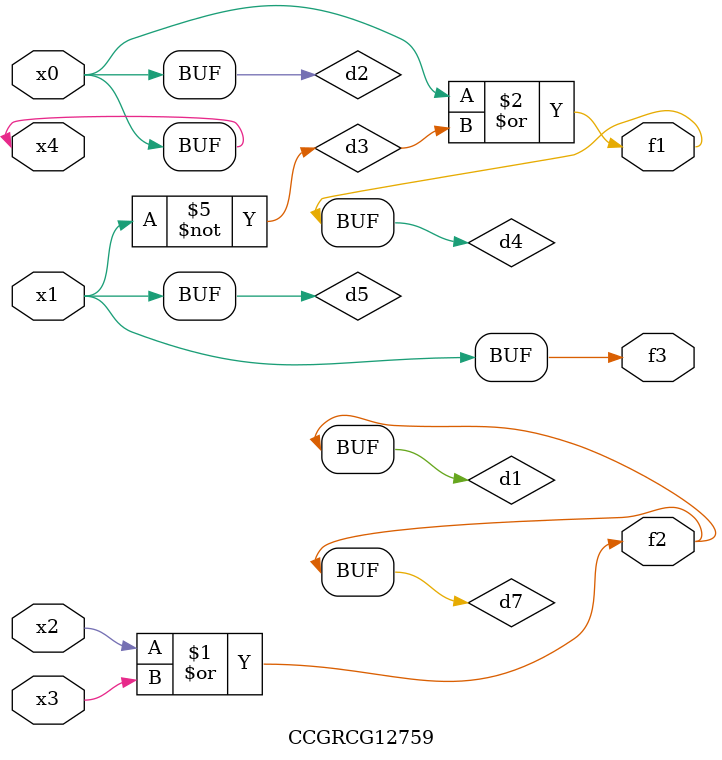
<source format=v>
module CCGRCG12759(
	input x0, x1, x2, x3, x4,
	output f1, f2, f3
);

	wire d1, d2, d3, d4, d5, d6, d7;

	or (d1, x2, x3);
	buf (d2, x0, x4);
	not (d3, x1);
	or (d4, d2, d3);
	not (d5, d3);
	nand (d6, d1, d3);
	or (d7, d1);
	assign f1 = d4;
	assign f2 = d7;
	assign f3 = d5;
endmodule

</source>
